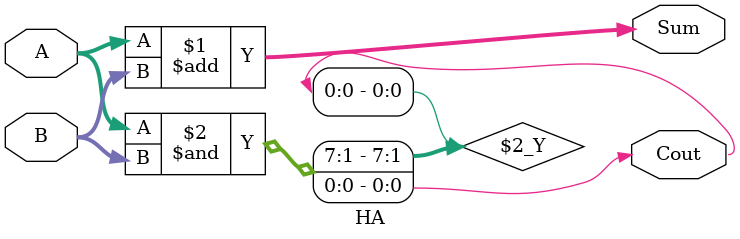
<source format=v>
`timescale 1ns / 1ps

module HA(A,B,Sum,Cout);

//define I/O signals
input[7:0] A;
input[7:0] B;
output[7:0] Sum;
output Cout;

//define module behavior
assign Sum = A + B;  //verilog's add operator
assign Cout = A & B; //bitwise and

endmodule
</source>
